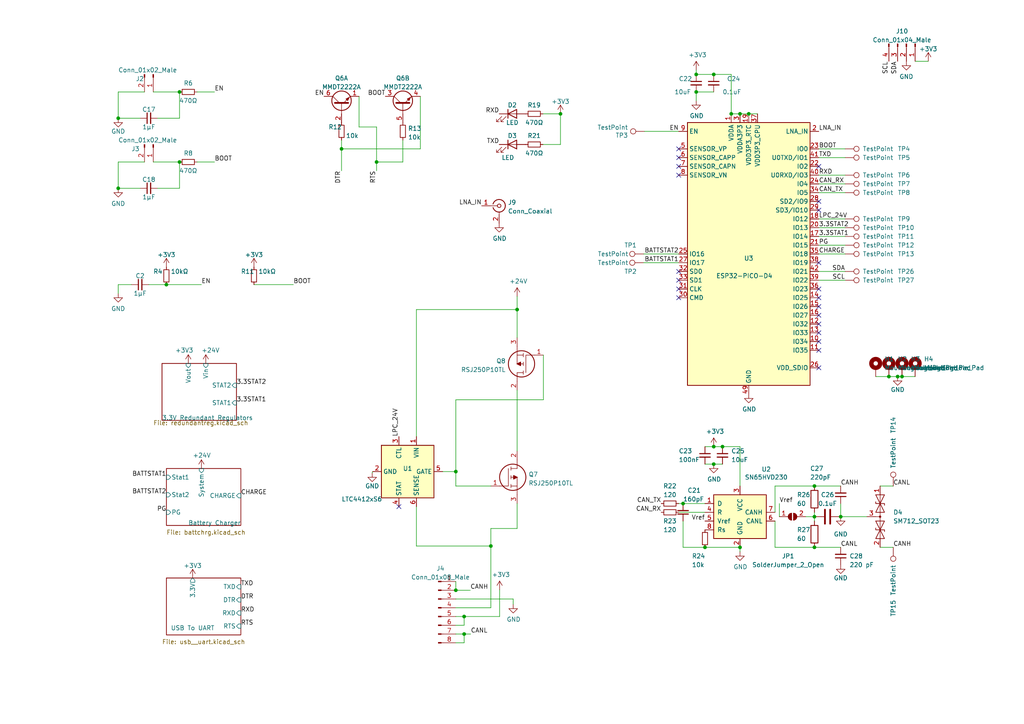
<source format=kicad_sch>
(kicad_sch (version 20211123) (generator eeschema)
  (paper "A4")
  (lib_symbols
    (symbol "Connector:Conn_01x02_Male" (pin_names (offset 1.016) hide)
      (property "Reference" "J" (at 0 2.54 0))
      (property "Value" "Conn_01x02_Male" (at 0 -5.08 0))
      (symbol "Conn_01x02_Male_1_1"
        (polyline (pts (xy 1.27 -2.54) (xy 0.8636 -2.54)) (stroke (width 0.1524)))
        (polyline (pts (xy 1.27 0) (xy 0.8636 0)) (stroke (width 0.1524)))
        (rectangle (start 0.8636 -2.413) (end 0 -2.667) (stroke (width 0.1524)) (fill (type outline)))
        (rectangle (start 0.8636 0.127) (end 0 -0.127) (stroke (width 0.1524)) (fill (type outline)))
        (pin passive line (at 5.08 0 180) (length 3.81) (name "Pin_1") (number "1"))
        (pin passive line (at 5.08 -2.54 180) (length 3.81) (name "Pin_2") (number "2"))
      )
    )
    (symbol "Connector:Conn_01x04_Male" (pin_names (offset 1.016) hide)
      (property "Reference" "J" (at 0 5.08 0))
      (property "Value" "Conn_01x04_Male" (at 0 -7.62 0))
      (symbol "Conn_01x04_Male_1_1"
        (polyline (pts (xy 1.27 -5.08) (xy 0.8636 -5.08)) (stroke (width 0.1524)))
        (polyline (pts (xy 1.27 -2.54) (xy 0.8636 -2.54)) (stroke (width 0.1524)))
        (polyline (pts (xy 1.27 0) (xy 0.8636 0)) (stroke (width 0.1524)))
        (polyline (pts (xy 1.27 2.54) (xy 0.8636 2.54)) (stroke (width 0.1524)))
        (rectangle (start 0.8636 -4.953) (end 0 -5.207) (stroke (width 0.1524)) (fill (type outline)))
        (rectangle (start 0.8636 -2.413) (end 0 -2.667) (stroke (width 0.1524)) (fill (type outline)))
        (rectangle (start 0.8636 0.127) (end 0 -0.127) (stroke (width 0.1524)) (fill (type outline)))
        (rectangle (start 0.8636 2.667) (end 0 2.413) (stroke (width 0.1524)) (fill (type outline)))
        (pin passive line (at 5.08 2.54 180) (length 3.81) (name "Pin_1") (number "1"))
        (pin passive line (at 5.08 0 180) (length 3.81) (name "Pin_2") (number "2"))
        (pin passive line (at 5.08 -2.54 180) (length 3.81) (name "Pin_3") (number "3"))
        (pin passive line (at 5.08 -5.08 180) (length 3.81) (name "Pin_4") (number "4"))
      )
    )
    (symbol "Connector:Conn_01x08_Male" (pin_names (offset 1.016) hide)
      (property "Reference" "J" (at 0 10.16 0))
      (property "Value" "Conn_01x08_Male" (at 0 -12.7 0))
      (symbol "Conn_01x08_Male_1_1"
        (polyline (pts (xy 1.27 -10.16) (xy 0.8636 -10.16)) (stroke (width 0.1524)))
        (polyline (pts (xy 1.27 -7.62) (xy 0.8636 -7.62)) (stroke (width 0.1524)))
        (polyline (pts (xy 1.27 -5.08) (xy 0.8636 -5.08)) (stroke (width 0.1524)))
        (polyline (pts (xy 1.27 -2.54) (xy 0.8636 -2.54)) (stroke (width 0.1524)))
        (polyline (pts (xy 1.27 0) (xy 0.8636 0)) (stroke (width 0.1524)))
        (polyline (pts (xy 1.27 2.54) (xy 0.8636 2.54)) (stroke (width 0.1524)))
        (polyline (pts (xy 1.27 5.08) (xy 0.8636 5.08)) (stroke (width 0.1524)))
        (polyline (pts (xy 1.27 7.62) (xy 0.8636 7.62)) (stroke (width 0.1524)))
        (rectangle (start 0.8636 -10.033) (end 0 -10.287) (stroke (width 0.1524)) (fill (type outline)))
        (rectangle (start 0.8636 -7.493) (end 0 -7.747) (stroke (width 0.1524)) (fill (type outline)))
        (rectangle (start 0.8636 -4.953) (end 0 -5.207) (stroke (width 0.1524)) (fill (type outline)))
        (rectangle (start 0.8636 -2.413) (end 0 -2.667) (stroke (width 0.1524)) (fill (type outline)))
        (rectangle (start 0.8636 0.127) (end 0 -0.127) (stroke (width 0.1524)) (fill (type outline)))
        (rectangle (start 0.8636 2.667) (end 0 2.413) (stroke (width 0.1524)) (fill (type outline)))
        (rectangle (start 0.8636 5.207) (end 0 4.953) (stroke (width 0.1524)) (fill (type outline)))
        (rectangle (start 0.8636 7.747) (end 0 7.493) (stroke (width 0.1524)) (fill (type outline)))
        (pin passive line (at 5.08 7.62 180) (length 3.81) (name "Pin_1") (number "1"))
        (pin passive line (at 5.08 5.08 180) (length 3.81) (name "Pin_2") (number "2"))
        (pin passive line (at 5.08 2.54 180) (length 3.81) (name "Pin_3") (number "3"))
        (pin passive line (at 5.08 0 180) (length 3.81) (name "Pin_4") (number "4"))
        (pin passive line (at 5.08 -2.54 180) (length 3.81) (name "Pin_5") (number "5"))
        (pin passive line (at 5.08 -5.08 180) (length 3.81) (name "Pin_6") (number "6"))
        (pin passive line (at 5.08 -7.62 180) (length 3.81) (name "Pin_7") (number "7"))
        (pin passive line (at 5.08 -10.16 180) (length 3.81) (name "Pin_8") (number "8"))
      )
    )
    (symbol "Connector:Conn_Coaxial" (pin_names (offset 1.016) hide)
      (property "Reference" "J" (at 0.254 3.048 0))
      (property "Value" "Conn_Coaxial" (at 2.921 0 90))
      (symbol "Conn_Coaxial_0_1"
        (arc (start -1.778 -0.508) (mid 0.222 -1.808) (end 1.778 0) (stroke (width 0.254)))
        (polyline (pts (xy -2.54 0) (xy -0.508 0)))
        (polyline (pts (xy 0 -2.54) (xy 0 -1.778)))
        (circle (center 0 0) (radius 0.508) (stroke (width 0.2032)))
        (arc (start 1.778 0) (mid 0.222 1.8083) (end -1.778 0.508) (stroke (width 0.254)))
      )
      (symbol "Conn_Coaxial_1_1"
        (pin passive line (at -5.08 0 0) (length 2.54) (name "In") (number "1"))
        (pin passive line (at 0 -5.08 90) (length 2.54) (name "Ext") (number "2"))
      )
    )
    (symbol "Connector:TestPoint" (pin_numbers hide) (pin_names (offset 0.762) hide)
      (property "Reference" "TP" (at 0 6.858 0))
      (property "Value" "TestPoint" (at 0 5.08 0))
      (symbol "TestPoint_0_1"
        (circle (center 0 3.302) (radius 0.762))
      )
      (symbol "TestPoint_1_1"
        (pin passive line (at 0 0 90) (length 2.54) (name "1") (number "1"))
      )
    )
    (symbol "Device:C" (pin_numbers hide) (pin_names (offset 0.254))
      (property "Reference" "C" (at 0.635 2.54 0))
      (property "Value" "C" (at 0.635 -2.54 0))
      (symbol "C_0_1"
        (polyline (pts (xy -2.032 -0.762) (xy 2.032 -0.762)) (stroke (width 0.508)))
        (polyline (pts (xy -2.032 0.762) (xy 2.032 0.762)) (stroke (width 0.508)))
      )
      (symbol "C_1_1"
        (pin passive line (at 0 3.81 270) (length 2.794) (name "~") (number "1"))
        (pin passive line (at 0 -3.81 90) (length 2.794) (name "~") (number "2"))
      )
    )
    (symbol "Device:C_Small" (pin_numbers hide) (pin_names (offset 0.254) hide)
      (property "Reference" "C" (at 0.254 1.778 0))
      (property "Value" "C_Small" (at 0.254 -2.032 0))
      (symbol "C_Small_0_1"
        (polyline (pts (xy -1.524 -0.508) (xy 1.524 -0.508)) (stroke (width 0.3302)))
        (polyline (pts (xy -1.524 0.508) (xy 1.524 0.508)) (stroke (width 0.3048)))
      )
      (symbol "C_Small_1_1"
        (pin passive line (at 0 2.54 270) (length 2.032) (name "~") (number "1"))
        (pin passive line (at 0 -2.54 90) (length 2.032) (name "~") (number "2"))
      )
    )
    (symbol "Device:LED" (pin_numbers hide) (pin_names (offset 1.016) hide)
      (property "Reference" "D" (at 0 2.54 0))
      (property "Value" "LED" (at 0 -2.54 0))
      (symbol "LED_0_1"
        (polyline (pts (xy -1.27 -1.27) (xy -1.27 1.27)) (stroke (width 0.254)))
        (polyline (pts (xy -1.27 0) (xy 1.27 0)))
        (polyline (pts (xy 1.27 -1.27) (xy 1.27 1.27) (xy -1.27 0) (xy 1.27 -1.27)) (stroke (width 0.254)))
        (polyline (pts (xy -3.048 -0.762) (xy -4.572 -2.286) (xy -3.81 -2.286) (xy -4.572 -2.286) (xy -4.572 -1.524)))
        (polyline (pts (xy -1.778 -0.762) (xy -3.302 -2.286) (xy -2.54 -2.286) (xy -3.302 -2.286) (xy -3.302 -1.524)))
      )
      (symbol "LED_1_1"
        (pin passive line (at -3.81 0 0) (length 2.54) (name "K") (number "1"))
        (pin passive line (at 3.81 0 180) (length 2.54) (name "A") (number "2"))
      )
    )
    (symbol "Device:R" (pin_numbers hide) (pin_names (offset 0))
      (property "Reference" "R" (at 2.032 0 90))
      (property "Value" "R" (at 0 0 90))
      (symbol "R_0_1"
        (rectangle (start -1.016 -2.54) (end 1.016 2.54) (stroke (width 0.254)))
      )
      (symbol "R_1_1"
        (pin passive line (at 0 3.81 270) (length 1.27) (name "~") (number "1"))
        (pin passive line (at 0 -3.81 90) (length 1.27) (name "~") (number "2"))
      )
    )
    (symbol "Device:R_Small" (pin_numbers hide) (pin_names (offset 0.254) hide)
      (property "Reference" "R" (at 0.762 0.508 0))
      (property "Value" "R_Small" (at 0.762 -1.016 0))
      (symbol "R_Small_0_1"
        (rectangle (start -0.762 1.778) (end 0.762 -1.778) (stroke (width 0.2032)))
      )
      (symbol "R_Small_1_1"
        (pin passive line (at 0 2.54 270) (length 0.762) (name "~") (number "1"))
        (pin passive line (at 0 -2.54 90) (length 0.762) (name "~") (number "2"))
      )
    )
    (symbol "Diode:SM712_SOT23" (pin_names (offset 1.016) hide)
      (property "Reference" "D" (at 0 4.445 0))
      (property "Value" "SM712_SOT23" (at 0 2.54 0))
      (symbol "SM712_SOT23_0_0"
        (polyline (pts (xy 0 -1.27) (xy 0 0)))
      )
      (symbol "SM712_SOT23_0_1"
        (polyline (pts (xy -6.35 0) (xy 6.35 0)))
        (polyline (pts (xy -3.302 1.27) (xy -3.81 1.27) (xy -3.81 -1.27) (xy -4.318 -1.27)) (stroke (width 0.2032)))
        (polyline (pts (xy 4.318 1.27) (xy 3.81 1.27) (xy 3.81 -1.27) (xy 3.302 -1.27)) (stroke (width 0.2032)))
        (polyline (pts (xy -6.35 -1.27) (xy -1.27 1.27) (xy -1.27 -1.27) (xy -6.35 1.27) (xy -6.35 -1.27)) (stroke (width 0.2032)))
        (polyline (pts (xy 1.27 -1.27) (xy 1.27 1.27) (xy 6.35 -1.27) (xy 6.35 1.27) (xy 1.27 -1.27)) (stroke (width 0.2032)))
        (circle (center 0 0) (radius 0.254) (fill (type outline)))
      )
      (symbol "SM712_SOT23_1_1"
        (pin passive line (at -8.89 0 0) (length 2.54) (name "A1") (number "1"))
        (pin passive line (at 8.89 0 180) (length 2.54) (name "A2") (number "2"))
        (pin input line (at 0 -3.81 90) (length 2.54) (name "common") (number "3"))
      )
    )
    (symbol "Interface_CAN_LIN:SN65HVD230" (pin_names (offset 1.016))
      (property "Reference" "U" (at -2.54 10.16 0))
      (property "Value" "SN65HVD230" (at -2.54 7.62 0))
      (symbol "SN65HVD230_0_1"
        (rectangle (start -7.62 5.08) (end 7.62 -7.62) (stroke (width 0.254)) (fill (type background)))
      )
      (symbol "SN65HVD230_1_1"
        (pin input line (at -10.16 2.54 0) (length 2.54) (name "D") (number "1"))
        (pin power_in line (at 0 -10.16 90) (length 2.54) (name "GND") (number "2"))
        (pin power_in line (at 0 7.62 270) (length 2.54) (name "VCC") (number "3"))
        (pin output line (at -10.16 0 0) (length 2.54) (name "R") (number "4"))
        (pin output line (at -10.16 -2.54 0) (length 2.54) (name "Vref") (number "5"))
        (pin bidirectional line (at 10.16 -2.54 180) (length 2.54) (name "CANL") (number "6"))
        (pin bidirectional line (at 10.16 0 180) (length 2.54) (name "CANH") (number "7"))
        (pin input line (at -10.16 -5.08 0) (length 2.54) (name "Rs") (number "8"))
      )
    )
    (symbol "Jumper:SolderJumper_2_Open" (pin_names (offset 0) hide)
      (property "Reference" "JP" (at 0 2.032 0))
      (property "Value" "SolderJumper_2_Open" (at 0 -2.54 0))
      (symbol "SolderJumper_2_Open_0_1"
        (arc (start -0.254 1.016) (mid -1.27 0) (end -0.254 -1.016))
        (arc (start -0.254 1.016) (mid -1.27 0) (end -0.254 -1.016) (fill (type outline)))
        (polyline (pts (xy -0.254 1.016) (xy -0.254 -1.016)))
        (polyline (pts (xy 0.254 1.016) (xy 0.254 -1.016)))
        (arc (start 0.254 -1.016) (mid 1.27 0) (end 0.254 1.016))
        (arc (start 0.254 -1.016) (mid 1.27 0) (end 0.254 1.016) (fill (type outline)))
      )
      (symbol "SolderJumper_2_Open_1_1"
        (pin passive line (at -3.81 0 0) (length 2.54) (name "A") (number "1"))
        (pin passive line (at 3.81 0 180) (length 2.54) (name "B") (number "2"))
      )
    )
    (symbol "Mechanical:MountingHole_Pad" (pin_numbers hide) (pin_names (offset 1.016) hide)
      (property "Reference" "H" (at 0 6.35 0))
      (property "Value" "MountingHole_Pad" (at 0 4.445 0))
      (symbol "MountingHole_Pad_0_1"
        (circle (center 0 1.27) (radius 1.27) (stroke (width 1.27)))
      )
      (symbol "MountingHole_Pad_1_1"
        (pin input line (at 0 -2.54 90) (length 2.54) (name "1") (number "1"))
      )
    )
    (symbol "Power_Management:LTC4412xS6"
      (property "Reference" "U" (at -6.35 8.89 0))
      (property "Value" "LTC4412xS6" (at 6.35 8.89 0))
      (symbol "LTC4412xS6_0_1"
        (rectangle (start -7.62 7.62) (end 7.62 -7.62) (stroke (width 0.254)) (fill (type background)))
      )
      (symbol "LTC4412xS6_1_1"
        (pin power_in line (at -10.16 2.54 0) (length 2.54) (name "VIN") (number "1"))
        (pin power_in line (at 0 -10.16 90) (length 2.54) (name "GND") (number "2"))
        (pin input line (at -10.16 -2.54 0) (length 2.54) (name "CTL") (number "3"))
        (pin open_collector line (at 10.16 -2.54 180) (length 2.54) (name "STAT") (number "4"))
        (pin output line (at 0 10.16 270) (length 2.54) (name "GATE") (number "5"))
        (pin input line (at 10.16 2.54 180) (length 2.54) (name "SENSE") (number "6"))
      )
    )
    (symbol "RF_Module:ESP32-PICO-D4"
      (property "Reference" "U" (at -17.78 39.37 0))
      (property "Value" "ESP32-PICO-D4" (at 3.81 39.37 0))
      (symbol "ESP32-PICO-D4_0_0"
        (pin power_in line (at -5.08 40.64 270) (length 2.54) (name "VDDA") (number "1"))
        (pin input line (at 20.32 -25.4 180) (length 2.54) (name "IO34") (number "10"))
        (pin input line (at 20.32 -27.94 180) (length 2.54) (name "IO35") (number "11"))
        (pin bidirectional line (at 20.32 -20.32 180) (length 2.54) (name "IO32") (number "12"))
        (pin bidirectional line (at 20.32 -22.86 180) (length 2.54) (name "IO33") (number "13"))
        (pin bidirectional line (at 20.32 -12.7 180) (length 2.54) (name "IO25") (number "14"))
        (pin bidirectional line (at 20.32 -15.24 180) (length 2.54) (name "IO26") (number "15"))
        (pin bidirectional line (at 20.32 -17.78 180) (length 2.54) (name "IO27") (number "16"))
        (pin bidirectional line (at 20.32 5.08 180) (length 2.54) (name "IO14") (number "17"))
        (pin bidirectional line (at 20.32 10.16 180) (length 2.54) (name "IO12") (number "18"))
        (pin power_in line (at 0 40.64 270) (length 2.54) (name "VDD3P3_RTC") (number "19"))
        (pin bidirectional line (at 20.32 35.56 180) (length 2.54) (name "LNA_IN") (number "2"))
        (pin bidirectional line (at 20.32 7.62 180) (length 2.54) (name "IO13") (number "20"))
        (pin bidirectional line (at 20.32 2.54 180) (length 2.54) (name "IO15") (number "21"))
        (pin bidirectional line (at 20.32 25.4 180) (length 2.54) (name "IO2") (number "22"))
        (pin bidirectional line (at 20.32 30.48 180) (length 2.54) (name "IO0") (number "23"))
        (pin bidirectional line (at 20.32 20.32 180) (length 2.54) (name "IO4") (number "24"))
        (pin bidirectional line (at -20.32 0 0) (length 2.54) (name "IO16") (number "25"))
        (pin power_out line (at 20.32 -33.02 180) (length 2.54) (name "VDD_SDIO") (number "26"))
        (pin bidirectional line (at -20.32 -2.54 0) (length 2.54) (name "IO17") (number "27"))
        (pin bidirectional line (at 20.32 15.24 180) (length 2.54) (name "SD2/IO9") (number "28"))
        (pin bidirectional line (at 20.32 12.7 180) (length 2.54) (name "SD3/IO10") (number "29"))
        (pin power_in line (at -2.54 40.64 270) (length 2.54) (name "VDDA3P3") (number "3"))
        (pin bidirectional line (at -20.32 -12.7 0) (length 2.54) (name "CMD") (number "30"))
        (pin bidirectional line (at -20.32 -10.16 0) (length 2.54) (name "CLK") (number "31"))
        (pin bidirectional line (at -20.32 -5.08 0) (length 2.54) (name "SD0") (number "32"))
        (pin bidirectional line (at -20.32 -7.62 0) (length 2.54) (name "SD1") (number "33"))
        (pin bidirectional line (at 20.32 17.78 180) (length 2.54) (name "IO5") (number "34"))
        (pin bidirectional line (at 20.32 0 180) (length 2.54) (name "IO18") (number "35"))
        (pin bidirectional line (at 20.32 -10.16 180) (length 2.54) (name "IO23") (number "36"))
        (pin power_in line (at 2.54 40.64 270) (length 2.54) (name "VDD3P3_CPU") (number "37"))
        (pin bidirectional line (at 20.32 -2.54 180) (length 2.54) (name "IO19") (number "38"))
        (pin bidirectional line (at 20.32 -7.62 180) (length 2.54) (name "IO22") (number "39"))
        (pin passive line (at -2.54 40.64 270) (length 2.54) hide (name "VDDA3P3") (number "4"))
        (pin bidirectional line (at 20.32 22.86 180) (length 2.54) (name "U0RXD/IO3") (number "40"))
        (pin bidirectional line (at 20.32 27.94 180) (length 2.54) (name "U0TXD/IO1") (number "41"))
        (pin bidirectional line (at 20.32 -5.08 180) (length 2.54) (name "IO21") (number "42"))
        (pin passive line (at -5.08 40.64 270) (length 2.54) hide (name "VDDA") (number "43"))
        (pin no_connect line (at -17.78 -25.4 0) (length 2.54) hide (name "XTAL_N_NC") (number "44"))
        (pin no_connect line (at -17.78 -27.94 0) (length 2.54) hide (name "XTAL_P_NC") (number "45"))
        (pin passive line (at -5.08 40.64 270) (length 2.54) hide (name "VDDA") (number "46"))
        (pin no_connect line (at -17.78 -30.48 0) (length 2.54) hide (name "CAP2_NC") (number "47"))
        (pin no_connect line (at -17.78 -33.02 0) (length 2.54) hide (name "CAP1_NC") (number "48"))
        (pin power_in line (at 0 -40.64 90) (length 2.54) (name "GND") (number "49"))
        (pin input line (at -20.32 30.48 0) (length 2.54) (name "SENSOR_VP") (number "5"))
        (pin input line (at -20.32 27.94 0) (length 2.54) (name "SENSOR_CAPP") (number "6"))
        (pin input line (at -20.32 25.4 0) (length 2.54) (name "SENSOR_CAPN") (number "7"))
        (pin input line (at -20.32 22.86 0) (length 2.54) (name "SENSOR_VN") (number "8"))
        (pin input line (at -20.32 35.56 0) (length 2.54) (name "EN") (number "9"))
      )
      (symbol "ESP32-PICO-D4_0_1"
        (rectangle (start -17.78 38.1) (end 17.78 -38.1) (stroke (width 0.254)) (fill (type background)))
      )
    )
    (symbol "Transistor_BJT:MMDT2222A" (pin_names (offset 0) hide)
      (property "Reference" "Q" (at 5.08 1.27 0))
      (property "Value" "MMDT2222A" (at 5.08 -1.27 0))
      (symbol "MMDT2222A_0_1"
        (polyline (pts (xy 0.635 0) (xy -2.54 0)))
        (polyline (pts (xy 0.635 0.635) (xy 2.54 2.54)))
        (polyline (pts (xy 0.635 -0.635) (xy 2.54 -2.54) (xy 2.54 -2.54)))
        (polyline (pts (xy 0.635 1.905) (xy 0.635 -1.905) (xy 0.635 -1.905)) (stroke (width 0.508)))
        (polyline (pts (xy 1.27 -1.778) (xy 1.778 -1.27) (xy 2.286 -2.286) (xy 1.27 -1.778) (xy 1.27 -1.778)) (fill (type outline)))
        (circle (center 1.27 0) (radius 2.8194) (stroke (width 0.254)))
      )
      (symbol "MMDT2222A_1_1"
        (pin passive line (at 2.54 -5.08 90) (length 2.54) (name "E1") (number "1"))
        (pin input line (at -5.08 0 0) (length 2.54) (name "B1") (number "2"))
        (pin passive line (at 2.54 5.08 270) (length 2.54) (name "C1") (number "6"))
      )
      (symbol "MMDT2222A_2_1"
        (pin passive line (at 2.54 5.08 270) (length 2.54) (name "C2") (number "3"))
        (pin passive line (at 2.54 -5.08 90) (length 2.54) (name "E2") (number "4"))
        (pin input line (at -5.08 0 0) (length 2.54) (name "B2") (number "5"))
      )
    )
    (symbol "iclr:RSJ250P10TL" (pin_names (offset 0.762))
      (property "Reference" "Q" (at 11.43 3.81 0))
      (property "Value" "RSJ250P10TL" (at 11.43 1.27 0))
      (symbol "RSJ250P10TL_0_0"
        (pin passive line (at 0 0 0) (length 2.54) (name "~") (number "1"))
        (pin passive line (at 7.62 10.16 270) (length 2.54) (name "~") (number "2"))
        (pin passive line (at 7.62 -5.08 90) (length 2.54) (name "~") (number "3"))
      )
      (symbol "RSJ250P10TL_0_1"
        (polyline (pts (xy 5.842 -0.508) (xy 5.842 0.508)) (stroke (width 0.1524)))
        (polyline (pts (xy 5.842 0) (xy 7.62 0)) (stroke (width 0.1524)))
        (polyline (pts (xy 5.842 2.032) (xy 5.842 3.048)) (stroke (width 0.1524)))
        (polyline (pts (xy 5.842 5.588) (xy 5.842 4.572)) (stroke (width 0.1524)))
        (polyline (pts (xy 7.62 2.54) (xy 5.842 2.54)) (stroke (width 0.1524)))
        (polyline (pts (xy 7.62 2.54) (xy 7.62 -2.54)) (stroke (width 0.1524)))
        (polyline (pts (xy 7.62 5.08) (xy 5.842 5.08)) (stroke (width 0.1524)))
        (polyline (pts (xy 7.62 5.08) (xy 7.62 7.62)) (stroke (width 0.1524)))
        (polyline (pts (xy 2.54 0) (xy 5.08 0) (xy 5.08 5.08)) (stroke (width 0.1524)))
        (polyline (pts (xy 7.62 2.54) (xy 6.604 3.048) (xy 6.604 2.032) (xy 7.62 2.54)) (stroke (width 0.254)) (fill (type outline)))
        (circle (center 6.35 2.54) (radius 3.81) (stroke (width 0.254)))
      )
    )
    (symbol "power:+24V" (power) (pin_names (offset 0))
      (property "Value" "+24V" (at 0 3.556 0))
      (symbol "+24V_0_1"
        (polyline (pts (xy -0.762 1.27) (xy 0 2.54)))
        (polyline (pts (xy 0 0) (xy 0 2.54)))
        (polyline (pts (xy 0 2.54) (xy 0.762 1.27)))
      )
      (symbol "+24V_1_1"
        (pin power_in line (at 0 0 90) (length 0) hide (name "+24V") (number "1"))
      )
    )
    (symbol "power:+3.3V" (power) (pin_names (offset 0))
      (property "Value" "+3.3V" (at 0 3.556 0))
      (symbol "+3.3V_0_1"
        (polyline (pts (xy -0.762 1.27) (xy 0 2.54)))
        (polyline (pts (xy 0 0) (xy 0 2.54)))
        (polyline (pts (xy 0 2.54) (xy 0.762 1.27)))
      )
      (symbol "+3.3V_1_1"
        (pin power_in line (at 0 0 90) (length 0) hide (name "+3V3") (number "1"))
      )
    )
    (symbol "power:GND" (power) (pin_names (offset 0))
      (property "Value" "GND" (at 0 -3.81 0))
      (symbol "GND_0_1"
        (polyline (pts (xy 0 0) (xy 0 -1.27) (xy 1.27 -1.27) (xy 0 -2.54) (xy -1.27 -1.27) (xy 0 -1.27)))
      )
      (symbol "GND_1_1"
        (pin power_in line (at 0 0 270) (length 0) hide (name "GND") (number "1"))
      )
    )
  )
  (junction (at 217.17 33.02))
  (junction (at 257.81 109.22))
  (junction (at 198.12 146.05))
  (junction (at 52.07 26.67))
  (junction (at 109.22 46.99))
  (junction (at 52.07 46.99))
  (junction (at 243.84 149.86))
  (junction (at 132.207 136.779))
  (junction (at 48.26 82.55))
  (junction (at 236.22 149.86))
  (junction (at 204.47 158.75))
  (junction (at 142.367 158.369))
  (junction (at 212.09 33.02))
  (junction (at 99.06 43.18))
  (junction (at 34.29 54.61))
  (junction (at 214.63 158.75))
  (junction (at 134.62 178.816))
  (junction (at 207.01 21.59))
  (junction (at 236.22 158.75))
  (junction (at 261.62 109.22))
  (junction (at 132.207 171.196))
  (junction (at 207.01 134.62))
  (junction (at 149.987 89.789))
  (junction (at 214.63 33.02))
  (junction (at 34.29 34.29))
  (junction (at 162.56 33.02))
  (junction (at 260.35 109.22))
  (junction (at 207.01 129.54))
  (junction (at 209.55 129.54))
  (junction (at 134.62 183.896))
  (junction (at 201.93 21.59))
  (junction (at 236.22 140.97))
  (junction (at 201.93 26.67))
  (no_connect (at 196.85 48.26))
  (no_connect (at 237.49 48.26))
  (no_connect (at 237.49 96.52))
  (no_connect (at 196.85 50.8))
  (no_connect (at 196.85 43.18))
  (no_connect (at 237.49 93.98))
  (no_connect (at 237.49 83.82))
  (no_connect (at 237.49 86.36))
  (no_connect (at 237.49 99.06))
  (no_connect (at 237.49 91.44))
  (no_connect (at 196.85 78.74))
  (no_connect (at 196.85 83.82))
  (no_connect (at 237.49 58.42))
  (no_connect (at 196.85 45.72))
  (no_connect (at 237.49 88.9))
  (no_connect (at 115.697 146.939))
  (no_connect (at 237.49 60.96))
  (no_connect (at 237.49 76.2))
  (no_connect (at 237.49 101.6))
  (no_connect (at 196.85 81.28))
  (no_connect (at 196.85 86.36))
  (no_connect (at 237.49 106.68))
  (wire (pts (xy 236.22 158.75) (xy 243.84 158.75)))
  (wire (pts (xy 207.01 26.67) (xy 201.93 26.67)))
  (wire (pts (xy 237.49 78.74) (xy 245.11 78.74)))
  (wire (pts (xy 233.68 149.86) (xy 236.22 149.86)))
  (wire (pts (xy 243.84 149.86) (xy 251.46 149.86)))
  (wire (pts (xy 128.397 136.779) (xy 132.207 136.779)))
  (wire (pts (xy 99.06 40.64) (xy 99.06 43.18)))
  (wire (pts (xy 44.45 46.99) (xy 52.07 46.99)))
  (wire (pts (xy 236.22 140.97) (xy 243.84 140.97)))
  (wire (pts (xy 196.85 146.05) (xy 198.12 146.05)))
  (wire (pts (xy 109.22 46.99) (xy 116.84 46.99)))
  (wire (pts (xy 142.367 158.369) (xy 142.367 176.276)))
  (wire (pts (xy 245.11 53.34) (xy 237.49 53.34)))
  (wire (pts (xy 198.12 158.75) (xy 204.47 158.75)))
  (wire (pts (xy 43.18 82.55) (xy 48.26 82.55)))
  (wire (pts (xy 134.62 181.356) (xy 134.62 178.816)))
  (wire (pts (xy 204.47 129.54) (xy 207.01 129.54)))
  (wire (pts (xy 120.777 89.789) (xy 149.987 89.789)))
  (wire (pts (xy 45.72 34.29) (xy 52.07 34.29)))
  (wire (pts (xy 201.93 21.59) (xy 207.01 21.59)))
  (wire (pts (xy 149.987 85.979) (xy 149.987 89.789)))
  (wire (pts (xy 162.56 41.91) (xy 162.56 33.02)))
  (wire (pts (xy 204.47 134.62) (xy 207.01 134.62)))
  (wire (pts (xy 99.06 43.18) (xy 99.06 49.53)))
  (wire (pts (xy 38.1 82.55) (xy 34.29 82.55)))
  (wire (pts (xy 162.56 33.02) (xy 157.48 33.02)))
  (wire (pts (xy 57.15 26.67) (xy 62.23 26.67)))
  (wire (pts (xy 214.63 33.02) (xy 217.17 33.02)))
  (wire (pts (xy 236.22 148.59) (xy 236.22 149.86)))
  (wire (pts (xy 237.49 50.8) (xy 245.11 50.8)))
  (wire (pts (xy 44.45 26.67) (xy 52.07 26.67)))
  (wire (pts (xy 34.29 26.67) (xy 34.29 34.29)))
  (wire (pts (xy 149.987 146.05) (xy 149.987 153.289)))
  (wire (pts (xy 245.11 71.12) (xy 237.49 71.12)))
  (wire (pts (xy 214.63 160.02) (xy 214.63 158.75)))
  (wire (pts (xy 237.49 45.72) (xy 245.11 45.72)))
  (wire (pts (xy 132.207 176.276) (xy 142.367 176.276)))
  (wire (pts (xy 260.35 109.22) (xy 261.62 109.22)))
  (wire (pts (xy 57.15 46.99) (xy 62.23 46.99)))
  (wire (pts (xy 265.43 17.78) (xy 269.24 17.78)))
  (wire (pts (xy 132.207 171.196) (xy 136.398 171.196)))
  (wire (pts (xy 237.49 81.28) (xy 245.11 81.28)))
  (wire (pts (xy 237.49 73.66) (xy 245.11 73.66)))
  (wire (pts (xy 142.367 158.369) (xy 120.777 158.369)))
  (wire (pts (xy 134.62 183.896) (xy 136.525 183.896)))
  (wire (pts (xy 34.29 34.29) (xy 40.64 34.29)))
  (wire (pts (xy 224.79 158.75) (xy 236.22 158.75)))
  (wire (pts (xy 34.29 82.55) (xy 34.29 85.09)))
  (wire (pts (xy 149.987 113.157) (xy 149.987 130.81)))
  (wire (pts (xy 41.91 46.99) (xy 34.29 46.99)))
  (wire (pts (xy 149.987 89.789) (xy 149.987 97.917)))
  (wire (pts (xy 132.207 181.356) (xy 134.62 181.356)))
  (wire (pts (xy 245.11 63.5) (xy 237.49 63.5)))
  (wire (pts (xy 224.79 140.97) (xy 236.22 140.97)))
  (wire (pts (xy 52.07 26.67) (xy 52.07 34.29)))
  (wire (pts (xy 209.55 129.54) (xy 214.63 129.54)))
  (wire (pts (xy 52.07 46.99) (xy 52.07 54.61)))
  (wire (pts (xy 34.29 54.61) (xy 40.64 54.61)))
  (wire (pts (xy 257.81 109.22) (xy 260.35 109.22)))
  (wire (pts (xy 201.93 20.32) (xy 201.93 21.59)))
  (wire (pts (xy 134.62 183.896) (xy 134.62 186.436)))
  (wire (pts (xy 245.11 55.88) (xy 237.49 55.88)))
  (wire (pts (xy 201.93 26.67) (xy 201.93 29.21)))
  (wire (pts (xy 207.01 129.54) (xy 209.55 129.54)))
  (wire (pts (xy 207.01 21.59) (xy 212.09 21.59)))
  (wire (pts (xy 109.22 46.99) (xy 109.22 36.83)))
  (wire (pts (xy 243.84 146.05) (xy 243.84 149.86)))
  (wire (pts (xy 48.26 82.55) (xy 58.42 82.55)))
  (wire (pts (xy 99.06 43.18) (xy 121.92 43.18)))
  (wire (pts (xy 148.844 173.736) (xy 148.844 175.26)))
  (wire (pts (xy 207.01 134.62) (xy 209.55 134.62)))
  (wire (pts (xy 34.29 46.99) (xy 34.29 54.61)))
  (wire (pts (xy 214.63 129.54) (xy 214.63 140.97)))
  (wire (pts (xy 120.777 126.619) (xy 120.777 89.789)))
  (wire (pts (xy 134.62 178.816) (xy 132.207 178.816)))
  (wire (pts (xy 224.79 151.13) (xy 224.79 158.75)))
  (wire (pts (xy 237.49 43.18) (xy 245.11 43.18)))
  (wire (pts (xy 107.95 137.16) (xy 108.077 136.779)))
  (wire (pts (xy 121.92 43.18) (xy 121.92 27.94)))
  (wire (pts (xy 45.72 54.61) (xy 52.07 54.61)))
  (wire (pts (xy 226.06 146.05) (xy 226.06 149.86)))
  (wire (pts (xy 132.207 136.779) (xy 132.207 115.951)))
  (wire (pts (xy 144.907 178.816) (xy 134.62 178.816)))
  (wire (pts (xy 132.207 183.896) (xy 134.62 183.896)))
  (wire (pts (xy 104.14 36.83) (xy 104.14 27.94)))
  (wire (pts (xy 120.777 158.369) (xy 120.777 146.939)))
  (wire (pts (xy 132.207 173.736) (xy 148.844 173.736)))
  (wire (pts (xy 204.47 158.75) (xy 214.63 158.75)))
  (wire (pts (xy 245.11 66.04) (xy 237.49 66.04)))
  (wire (pts (xy 116.84 46.99) (xy 116.84 40.64)))
  (wire (pts (xy 157.48 41.91) (xy 162.56 41.91)))
  (wire (pts (xy 214.63 33.02) (xy 212.09 33.02)))
  (wire (pts (xy 219.71 33.02) (xy 217.17 33.02)))
  (wire (pts (xy 196.85 76.2) (xy 186.69 76.2)))
  (wire (pts (xy 198.12 146.05) (xy 204.47 146.05)))
  (wire (pts (xy 245.11 68.58) (xy 237.49 68.58)))
  (wire (pts (xy 236.22 149.86) (xy 236.22 151.13)))
  (wire (pts (xy 41.91 26.67) (xy 34.29 26.67)))
  (wire (pts (xy 132.207 186.436) (xy 134.62 186.436)))
  (wire (pts (xy 196.85 148.59) (xy 204.47 148.59)))
  (wire (pts (xy 198.12 151.13) (xy 198.12 158.75)))
  (wire (pts (xy 186.944 38.1) (xy 196.85 38.1)))
  (wire (pts (xy 196.85 73.66) (xy 186.69 73.66)))
  (wire (pts (xy 255.27 158.75) (xy 259.08 158.75)))
  (wire (pts (xy 255.27 140.97) (xy 259.08 140.97)))
  (wire (pts (xy 144.907 171.069) (xy 144.907 178.816)))
  (wire (pts (xy 109.22 36.83) (xy 104.14 36.83)))
  (wire (pts (xy 224.79 148.59) (xy 224.79 140.97)))
  (wire (pts (xy 132.207 140.97) (xy 142.367 140.97)))
  (wire (pts (xy 254 109.22) (xy 257.81 109.22)))
  (wire (pts (xy 212.09 21.59) (xy 212.09 33.02)))
  (wire (pts (xy 157.607 115.951) (xy 157.607 102.997)))
  (wire (pts (xy 261.62 109.22) (xy 265.43 109.22)))
  (wire (pts (xy 132.207 168.656) (xy 132.207 171.196)))
  (wire (pts (xy 142.367 153.289) (xy 149.987 153.289)))
  (wire (pts (xy 132.207 136.779) (xy 132.207 140.97)))
  (wire (pts (xy 142.367 153.289) (xy 142.367 158.369)))
  (wire (pts (xy 73.66 82.55) (xy 85.09 82.55)))
  (wire (pts (xy 132.207 115.951) (xy 157.607 115.951)))
  (wire (pts (xy 109.22 46.99) (xy 109.22 49.53)))
  (label "CANH" (at 136.398 171.196 0))
  (label "BATTSTAT1" (at 48.26 138.43 180))
  (label "CHARGE" (at 237.49 73.66 0))
  (label "DTR" (at 69.85 173.99 0))
  (label "Vref" (at 204.47 151.13 180))
  (label "DTR" (at 99.06 49.53 270))
  (label "RTS" (at 109.22 49.53 270))
  (label "BOOT" (at 111.76 27.94 180))
  (label "EN" (at 196.85 38.1 180))
  (label "SCL" (at 245.11 81.28 180))
  (label "CAN_TX" (at 237.49 55.88 0))
  (label "TXD" (at 69.85 170.18 0))
  (label "TXD" (at 237.49 45.72 0))
  (label "3.3STAT2" (at 68.58 111.76 0))
  (label "3.3STAT1" (at 237.49 68.58 0))
  (label "BOOT" (at 237.49 43.18 0))
  (label "CANL" (at 259.08 140.97 0))
  (label "BOOT" (at 62.23 46.99 0))
  (label "RXD" (at 69.85 177.8 0))
  (label "CANH" (at 243.84 140.97 0))
  (label "CANH" (at 259.08 158.75 0))
  (label "LNA_IN" (at 237.49 38.1 0))
  (label "LPC_24V" (at 115.697 126.619 90))
  (label "RXD" (at 144.78 33.02 180))
  (label "SCL" (at 257.81 17.78 270))
  (label "EN" (at 58.42 82.55 0))
  (label "CHARGE" (at 69.85 143.764 0))
  (label "CAN_RX" (at 237.49 53.34 0))
  (label "BOOT" (at 85.09 82.55 0))
  (label "RTS" (at 69.85 181.61 0))
  (label "SDA" (at 260.35 17.78 270))
  (label "TXD" (at 144.78 41.91 180))
  (label "BATTSTAT2" (at 196.85 73.66 180))
  (label "BATTSTAT2" (at 48.26 143.51 180))
  (label "CANL" (at 243.84 158.75 0))
  (label "PG" (at 237.49 71.12 0))
  (label "EN" (at 93.98 27.94 180))
  (label "LNA_IN" (at 139.7 59.69 180))
  (label "CANL" (at 136.525 183.896 0))
  (label "PG" (at 48.26 148.59 180))
  (label "3.3STAT2" (at 237.49 66.04 0))
  (label "RXD" (at 237.49 50.8 0))
  (label "BATTSTAT1" (at 196.85 76.2 180))
  (label "3.3STAT1" (at 68.58 116.84 0))
  (label "EN" (at 62.23 26.67 0))
  (label "CAN_RX" (at 191.77 148.59 180))
  (label "Vref" (at 226.06 146.05 0))
  (label "SDA" (at 245.11 78.74 180))
  (label "LPC_24V" (at 237.49 63.5 0))
  (label "CAN_TX" (at 191.77 146.05 180))
  (symbol (lib_id "RF_Module:ESP32-PICO-D4") (at 217.17 73.66 0) (unit 1)
    (property "Reference" "U3" (at 217.17 74.93 0))
    (property "Value" "ESP32-PICO-D4" (at 215.9 80.01 0))
    (property "Footprint" "Package_DFN_QFN:QFN-48-1EP_7x7mm_P0.5mm_EP5.3x5.3mm" (effects hide))
    (property "Datasheet" "https://www.espressif.com/sites/default/files/documentation/esp32-pico-d4_datasheet_en.pdf" (effects hide))
  )
  (symbol (lib_id "power:GND") (at 217.17 114.3 0) (unit 1)
    (property "Reference" "#PWR0104" (effects hide))
    (property "Value" "GND" (at 217.297 118.6942 0))
  )
  (symbol (lib_id "power:+3.3V") (at 201.93 20.32 0) (unit 1)
    (property "Reference" "#PWR0101" (effects hide))
    (property "Value" "+3.3V" (at 202.311 15.9258 0))
  )
  (symbol (lib_id "Device:C_Small") (at 201.93 24.13 0) (unit 1)
    (property "Reference" "C22" (at 196.85 22.86 0) (effects (justify left)))
    (property "Value" "10uF" (at 195.58 26.67 0) (effects (justify left)))
    (property "Footprint" "Capacitor_SMD:C_0805_2012Metric" (effects hide))
  )
  (symbol (lib_id "Connector:TestPoint") (at 245.11 53.34 270) (unit 1)
    (property "Reference" "TP7" (at 260.35 53.34 90) (effects (justify left)))
    (property "Value" "TestPoint" (at 250.19 53.34 90) (effects (justify left)))
    (property "Footprint" "TestPoint:TestPoint_Pad_D1.0mm" (effects hide))
  )
  (symbol (lib_id "Device:C_Small") (at 207.01 24.13 0) (unit 1)
    (property "Reference" "C24" (at 210.82 22.86 0) (effects (justify left)))
    (property "Value" "0.1uF" (at 209.55 26.67 0) (effects (justify left)))
    (property "Footprint" "Capacitor_SMD:C_0603_1608Metric" (effects hide))
  )
  (symbol (lib_id "Connector:TestPoint") (at 245.11 55.88 270) (unit 1)
    (property "Reference" "TP8" (at 260.35 55.88 90) (effects (justify left)))
    (property "Value" "TestPoint" (at 250.19 55.88 90) (effects (justify left)))
    (property "Footprint" "TestPoint:TestPoint_Pad_D1.0mm" (effects hide))
  )
  (symbol (lib_id "Connector:TestPoint") (at 245.11 63.5 270) (unit 1)
    (property "Reference" "TP9" (at 260.35 63.5 90) (effects (justify left)))
    (property "Value" "TestPoint" (at 250.19 63.5 90) (effects (justify left)))
    (property "Footprint" "TestPoint:TestPoint_Pad_D1.0mm" (effects hide))
  )
  (symbol (lib_id "Connector:TestPoint") (at 245.11 66.04 270) (unit 1)
    (property "Reference" "TP10" (at 260.35 66.04 90) (effects (justify left)))
    (property "Value" "TestPoint" (at 250.19 66.04 90) (effects (justify left)))
    (property "Footprint" "TestPoint:TestPoint_Pad_D1.0mm" (effects hide))
  )
  (symbol (lib_id "Connector:TestPoint") (at 245.11 68.58 270) (unit 1)
    (property "Reference" "TP11" (at 260.35 68.58 90) (effects (justify left)))
    (property "Value" "TestPoint" (at 250.19 68.58 90) (effects (justify left)))
    (property "Footprint" "TestPoint:TestPoint_Pad_D1.0mm" (effects hide))
  )
  (symbol (lib_id "Connector:TestPoint") (at 245.11 71.12 270) (unit 1)
    (property "Reference" "TP12" (at 260.35 71.12 90) (effects (justify left)))
    (property "Value" "TestPoint" (at 250.19 71.12 90) (effects (justify left)))
    (property "Footprint" "TestPoint:TestPoint_Pad_D1.0mm" (effects hide))
  )
  (symbol (lib_id "Connector:TestPoint") (at 186.69 73.66 90) (unit 1)
    (property "Reference" "TP1" (at 182.88 71.12 90))
    (property "Value" "TestPoint" (at 177.8 73.66 90))
    (property "Footprint" "TestPoint:TestPoint_Pad_D1.0mm" (effects hide))
  )
  (symbol (lib_id "Connector:TestPoint") (at 186.69 76.2 90) (unit 1)
    (property "Reference" "TP2" (at 182.88 78.74 90))
    (property "Value" "TestPoint" (at 177.8 76.2 90))
    (property "Footprint" "TestPoint:TestPoint_Pad_D1.0mm" (effects hide))
  )
  (symbol (lib_id "power:GND") (at 201.93 29.21 0) (unit 1)
    (property "Reference" "#PWR0102" (effects hide))
    (property "Value" "GND" (at 202.057 33.6042 0))
  )
  (symbol (lib_id "power:+3.3V") (at 54.61 105.41 0) (unit 1)
    (property "Reference" "#PWR0121" (effects hide))
    (property "Value" "+3.3V" (at 50.8 101.6 0) (effects (justify left)))
  )
  (symbol (lib_id "power:GND") (at 148.844 175.26 0) (unit 1)
    (property "Reference" "#PWR0105" (effects hide))
    (property "Value" "GND" (at 148.971 179.6542 0))
  )
  (symbol (lib_id "power:+3.3V") (at 144.907 171.069 0) (unit 1)
    (property "Reference" "#PWR0106" (effects hide))
    (property "Value" "+3.3V" (at 145.288 166.6748 0))
  )
  (symbol (lib_id "power:+24V") (at 58.42 135.89 0) (unit 1)
    (property "Reference" "#PWR0123" (effects hide))
    (property "Value" "+24V" (at 55.88 132.08 0) (effects (justify left)))
  )
  (symbol (lib_id "power:+24V") (at 59.69 105.41 0) (unit 1)
    (property "Reference" "#PWR0122" (effects hide))
    (property "Value" "+24V" (at 58.42 101.6 0) (effects (justify left)))
  )
  (symbol (lib_id "Power_Management:LTC4412xS6") (at 118.237 136.779 270) (unit 1)
    (property "Reference" "U1" (at 116.84 135.89 90) (effects (justify left)))
    (property "Value" "LTC4412xS6" (at 99.06 144.78 90) (effects (justify left)))
    (property "Footprint" "Package_TO_SOT_SMD:TSOT-23-6" (effects hide))
    (property "Datasheet" "https://www.analog.com/media/en/technical-documentation/data-sheets/4412fb.pdf" (effects hide))
  )
  (symbol (lib_id "power:+24V") (at 149.987 85.979 0) (unit 1)
    (property "Reference" "#PWR0115" (effects hide))
    (property "Value" "+24V" (at 150.368 81.5848 0))
  )
  (symbol (lib_id "power:GND") (at 107.95 137.16 0) (unit 1)
    (property "Reference" "#PWR0112" (effects hide))
    (property "Value" "GND" (at 107.95 140.97 0))
  )
  (symbol (lib_id "Connector:Conn_Coaxial") (at 144.78 59.69 0) (unit 1)
    (property "Reference" "J9" (at 147.32 58.7131 0) (effects (justify left)))
    (property "Value" "Conn_Coaxial" (at 147.32 61.2531 0) (effects (justify left)))
    (property "Footprint" "Connector_Coaxial:U.FL_Molex_MCRF_73412-0110_Vertical" (effects hide))
    (property "Datasheet" " ~" (effects hide))
  )
  (symbol (lib_id "Device:R_Small") (at 154.94 41.91 90) (unit 1)
    (property "Reference" "R21" (at 154.94 39.37 90))
    (property "Value" "470Ω" (at 154.94 44.45 90))
    (property "Footprint" "Resistor_SMD:R_0603_1608Metric" (effects hide))
  )
  (symbol (lib_id "power:GND") (at 207.01 134.62 0) (unit 1)
    (property "Reference" "#PWR0108" (effects hide))
    (property "Value" "GND" (at 207.137 139.0142 0))
  )
  (symbol (lib_id "power:GND") (at 260.35 109.22 0) (unit 1)
    (property "Reference" "#PWR0144" (effects hide))
    (property "Value" "GND" (at 260.35 113.03 0))
  )
  (symbol (lib_id "Mechanical:MountingHole_Pad") (at 257.81 106.68 0) (unit 1)
    (property "Reference" "H2" (at 260.35 104.1399 0) (effects (justify left)))
    (property "Value" "MountingHole_Pad" (at 260.35 106.6799 0) (effects (justify left)))
    (property "Footprint" "MountingHole:MountingHole_3.2mm_M3_DIN965_Pad" (effects hide))
  )
  (symbol (lib_id "Connector:TestPoint") (at 259.08 158.75 180) (unit 1)
    (property "Reference" "TP15" (at 259.08 173.99 90) (effects (justify left)))
    (property "Value" "TestPoint" (at 259.08 163.83 90) (effects (justify left)))
    (property "Footprint" "TestPoint:TestPoint_Pad_D1.0mm" (effects hide))
  )
  (symbol (lib_id "Connector:TestPoint") (at 245.11 45.72 270) (unit 1)
    (property "Reference" "TP5" (at 260.35 45.72 90) (effects (justify left)))
    (property "Value" "TestPoint" (at 250.19 45.72 90) (effects (justify left)))
    (property "Footprint" "TestPoint:TestPoint_Pad_D1.0mm" (effects hide))
  )
  (symbol (lib_id "Device:C_Small") (at 40.64 82.55 90) (unit 1)
    (property "Reference" "C2" (at 40.64 80.01 90))
    (property "Value" "1μF" (at 40.64 85.09 90))
    (property "Footprint" "Capacitor_SMD:C_0603_1608Metric" (effects hide))
  )
  (symbol (lib_id "Interface_CAN_LIN:SN65HVD230") (at 214.63 148.59 0) (unit 1)
    (property "Reference" "U2" (at 222.25 136.1186 0))
    (property "Value" "SN65HVD230" (at 222.25 138.43 0))
    (property "Footprint" "Package_SO:SOIC-8_3.9x4.9mm_P1.27mm" (effects hide))
    (property "Datasheet" "http://www.ti.com/lit/ds/symlink/sn65hvd230.pdf" (effects hide))
  )
  (symbol (lib_id "Connector:Conn_01x04_Male") (at 262.89 12.7 270) (unit 1)
    (property "Reference" "J10" (at 261.62 9.051 90))
    (property "Value" "Conn_01x04_Male" (at 261.62 11.5879 90))
    (property "Footprint" "Connector_JST:JST_XH_B4B-XH-AM_1x04_P2.50mm_Vertical" (effects hide))
  )
  (symbol (lib_id "power:GND") (at 262.89 17.78 0) (unit 1)
    (property "Reference" "#PWR0114" (effects hide))
    (property "Value" "GND" (at 262.89 22.2234 0))
  )
  (symbol (lib_id "power:+3.3V") (at 207.01 129.54 0) (unit 1)
    (property "Reference" "#PWR0107" (effects hide))
    (property "Value" "+3.3V" (at 207.391 125.1458 0))
  )
  (symbol (lib_id "Device:C_Small") (at 198.12 148.59 180) (unit 1)
    (property "Reference" "C21" (at 199.39 142.24 0) (effects (justify right)))
    (property "Value" "160pF" (at 198.12 144.78 0) (effects (justify right)))
    (property "Footprint" "Capacitor_SMD:C_0603_1608Metric" (effects hide))
  )
  (symbol (lib_id "Connector:TestPoint") (at 245.11 50.8 270) (unit 1)
    (property "Reference" "TP6" (at 260.35 50.8 90) (effects (justify left)))
    (property "Value" "TestPoint" (at 250.19 50.8 90) (effects (justify left)))
    (property "Footprint" "TestPoint:TestPoint_Pad_D1.0mm" (effects hide))
  )
  (symbol (lib_id "Device:C_Small") (at 204.47 132.08 0) (unit 1)
    (property "Reference" "C23" (at 196.85 130.81 0) (effects (justify left)))
    (property "Value" "100nF" (at 196.85 133.35 0) (effects (justify left)))
    (property "Footprint" "Capacitor_SMD:C_0603_1608Metric" (effects hide))
  )
  (symbol (lib_id "Device:R_Small") (at 204.47 156.21 0) (unit 1)
    (property "Reference" "R24" (at 200.66 161.29 0) (effects (justify left)))
    (property "Value" "10k" (at 200.66 163.83 0) (effects (justify left)))
    (property "Footprint" "Resistor_SMD:R_0603_1608Metric" (effects hide))
  )
  (symbol (lib_id "Mechanical:MountingHole_Pad") (at 261.62 106.68 0) (unit 1)
    (property "Reference" "H3" (at 264.16 104.1399 0) (effects (justify left)))
    (property "Value" "MountingHole_Pad" (at 264.16 106.6799 0) (effects (justify left)))
    (property "Footprint" "MountingHole:MountingHole_3.2mm_M3_DIN965_Pad" (effects hide))
  )
  (symbol (lib_id "Device:LED") (at 148.59 33.02 0) (unit 1)
    (property "Reference" "D2" (at 148.59 30.48 0))
    (property "Value" "LED" (at 148.59 35.56 0))
    (property "Footprint" "LED_SMD:LED_0603_1608Metric" (effects hide))
  )
  (symbol (lib_id "power:GND") (at 34.29 54.61 0) (unit 1)
    (property "Reference" "#PWR0120" (effects hide))
    (property "Value" "GND" (at 34.29 59.0534 0))
  )
  (symbol (lib_id "Mechanical:MountingHole_Pad") (at 254 106.68 0) (unit 1)
    (property "Reference" "H1" (at 256.54 104.1399 0) (effects (justify left)))
    (property "Value" "MountingHole_Pad" (at 256.54 106.6799 0) (effects (justify left)))
    (property "Footprint" "MountingHole:MountingHole_3.2mm_M3_DIN965_Pad" (effects hide))
  )
  (symbol (lib_id "iclr:RSJ250P10TL") (at 142.367 140.97 0) (unit 1)
    (property "Reference" "Q7" (at 153.289 137.5953 0) (effects (justify left)))
    (property "Value" "RSJ250P10TL" (at 153.289 140.1322 0) (effects (justify left)))
    (property "Footprint" "Package_TO_SOT_SMD:TO-263-3_TabPin2" (effects hide))
    (property "Datasheet" "https://datasheet.datasheetarchive.com/originals/distributors/Datasheets_SAMA/152fd3a07a394fa8a8e4d6d952f7a43e.pdf" (effects hide))
    (property "Description" "4V Drive Pch MOSFET: MOSFET, one of Fild Effect Transistors.  ROHM has low current type power MOSFETs  of high-efficiency / high breakdown resistance for switching power supply  to meet various needs in the market." (effects hide))
    (property "Height" "2" (effects hide))
    (property "Manufacturer_Name" "ROHM Semiconductor" (effects hide))
    (property "Manufacturer_Part_Number" "RSJ250P10TL" (effects hide))
    (property "Mouser Part Number" "755-RSJ250P10TL" (effects hide))
    (property "Mouser Price/Stock" "https://www.mouser.co.uk/ProductDetail/ROHM-Semiconductor/RSJ250P10TL?qs=IsRgwgmxh693R2YQmG8Lng%3D%3D" (effects hide))
  )
  (symbol (lib_id "Connector:TestPoint") (at 186.944 38.1 90) (unit 1)
    (property "Reference" "TP3" (at 182.1688 39.2684 90) (effects (justify left)))
    (property "Value" "TestPoint" (at 182.1688 36.957 90) (effects (justify left)))
    (property "Footprint" "TestPoint:TestPoint_Pad_D1.0mm" (effects hide))
  )
  (symbol (lib_id "Device:C") (at 240.03 149.86 90) (unit 1)
    (property "Reference" "C26" (at 240.03 143.51 90))
    (property "Value" "0.1uF" (at 240.03 146.05 90))
    (property "Footprint" "Capacitor_SMD:C_0603_1608Metric" (effects hide))
  )
  (symbol (lib_id "Transistor_BJT:MMDT2222A") (at 116.84 30.48 90) (unit 2)
    (property "Reference" "Q6" (at 116.84 22.6908 90))
    (property "Value" "MMDT2222A" (at 116.84 25.2277 90))
    (property "Footprint" "Package_TO_SOT_SMD:SOT-363_SC-70-6" (effects hide))
    (property "Datasheet" "http://www.diodes.com/_files/datasheets/ds30125.pdf" (effects hide))
  )
  (symbol (lib_id "Device:R_Small") (at 194.31 148.59 90) (unit 1)
    (property "Reference" "R23" (at 194.31 151.13 90))
    (property "Value" "120" (at 194.31 153.67 90))
    (property "Footprint" "Resistor_SMD:R_0603_1608Metric" (effects hide))
  )
  (symbol (lib_id "power:GND") (at 144.78 64.77 0) (unit 1)
    (property "Reference" "#PWR0113" (effects hide))
    (property "Value" "GND" (at 144.907 69.1642 0))
  )
  (symbol (lib_id "Connector:TestPoint") (at 259.08 140.97 0) (unit 1)
    (property "Reference" "TP14" (at 259.08 125.73 90) (effects (justify left)))
    (property "Value" "TestPoint" (at 259.08 135.89 90) (effects (justify left)))
    (property "Footprint" "TestPoint:TestPoint_Pad_D1.0mm" (effects hide))
  )
  (symbol (lib_id "Device:C_Small") (at 43.18 54.61 90) (unit 1)
    (property "Reference" "C18" (at 43.18 52.07 90))
    (property "Value" "1μF" (at 43.18 57.15 90))
    (property "Footprint" "Capacitor_SMD:C_0603_1608Metric" (effects hide))
  )
  (symbol (lib_id "Diode:SM712_SOT23") (at 255.27 149.86 270) (unit 1)
    (property "Reference" "D4" (at 259.08 148.59 90) (effects (justify left)))
    (property "Value" "SM712_SOT23" (at 259.08 151.13 90) (effects (justify left)))
    (property "Footprint" "Package_TO_SOT_SMD:SOT-23" (effects hide))
    (property "Datasheet" "https://www.littelfuse.com/~/media/electronics/datasheets/tvs_diode_arrays/littelfuse_tvs_diode_array_sm712_datasheet.pdf.pdf" (effects hide))
  )
  (symbol (lib_id "power:+3.3V") (at 48.26 77.47 0) (unit 1)
    (property "Reference" "#PWR0117" (effects hide))
    (property "Value" "+3.3V" (at 48.26 73.8942 0))
  )
  (symbol (lib_id "power:+3.3V") (at 55.88 167.64 0) (unit 1)
    (property "Reference" "#PWR0124" (effects hide))
    (property "Value" "+3.3V" (at 55.88 164.0642 0))
  )
  (symbol (lib_id "power:GND") (at 34.29 34.29 0) (unit 1)
    (property "Reference" "#PWR0116" (effects hide))
    (property "Value" "GND" (at 34.29 38.1 0))
  )
  (symbol (lib_id "power:GND") (at 214.63 160.02 0) (unit 1)
    (property "Reference" "#PWR0109" (effects hide))
    (property "Value" "GND" (at 214.757 164.4142 0))
  )
  (symbol (lib_id "Device:C_Small") (at 209.55 132.08 0) (unit 1)
    (property "Reference" "C25" (at 212.09 130.8162 0) (effects (justify left)))
    (property "Value" "10uF" (at 212.09 133.3562 0) (effects (justify left)))
    (property "Footprint" "Capacitor_SMD:C_0805_2012Metric" (effects hide))
  )
  (symbol (lib_id "power:+3.3V") (at 269.24 17.78 0) (unit 1)
    (property "Reference" "#PWR0143" (effects hide))
    (property "Value" "+3.3V" (at 269.24 14.2042 0))
  )
  (symbol (lib_id "Device:C_Small") (at 243.84 161.29 180) (unit 1)
    (property "Reference" "C28" (at 246.38 161.29 0) (effects (justify right)))
    (property "Value" "220 pF" (at 246.38 163.83 0) (effects (justify right)))
    (property "Footprint" "Capacitor_SMD:C_0603_1608Metric" (effects hide))
  )
  (symbol (lib_id "power:GND") (at 243.84 149.86 0) (unit 1)
    (property "Reference" "#PWR0110" (effects hide))
    (property "Value" "GND" (at 243.84 154.94 0))
  )
  (symbol (lib_id "Connector:TestPoint") (at 245.11 73.66 270) (unit 1)
    (property "Reference" "TP13" (at 260.35 73.66 90) (effects (justify left)))
    (property "Value" "TestPoint" (at 250.19 73.66 90) (effects (justify left)))
    (property "Footprint" "TestPoint:TestPoint_Pad_D1.0mm" (effects hide))
  )
  (symbol (lib_id "Device:R_Small") (at 194.31 146.05 90) (unit 1)
    (property "Reference" "R22" (at 194.31 140.97 90))
    (property "Value" "120" (at 194.31 143.51 90))
    (property "Footprint" "Resistor_SMD:R_0603_1608Metric" (effects hide))
  )
  (symbol (lib_id "iclr:RSJ250P10TL") (at 157.607 102.997 180) (unit 1)
    (property "Reference" "Q8" (at 146.6851 104.7023 0) (effects (justify left)))
    (property "Value" "RSJ250P10TL" (at 146.6851 107.2392 0) (effects (justify left)))
    (property "Footprint" "Package_TO_SOT_SMD:TO-263-3_TabPin2" (effects hide))
    (property "Datasheet" "https://datasheet.datasheetarchive.com/originals/distributors/Datasheets_SAMA/152fd3a07a394fa8a8e4d6d952f7a43e.pdf" (effects hide))
    (property "Description" "4V Drive Pch MOSFET: MOSFET, one of Fild Effect Transistors.  ROHM has low current type power MOSFETs  of high-efficiency / high breakdown resistance for switching power supply  to meet various needs in the market." (effects hide))
    (property "Height" "2" (effects hide))
    (property "Manufacturer_Name" "ROHM Semiconductor" (effects hide))
    (property "Manufacturer_Part_Number" "RSJ250P10TL" (effects hide))
    (property "Mouser Part Number" "755-RSJ250P10TL" (effects hide))
    (property "Mouser Price/Stock" "https://www.mouser.co.uk/ProductDetail/ROHM-Semiconductor/RSJ250P10TL?qs=IsRgwgmxh693R2YQmG8Lng%3D%3D" (effects hide))
  )
  (symbol (lib_id "Device:R") (at 236.22 154.94 0) (unit 1)
    (property "Reference" "R27" (at 231.14 153.67 0) (effects (justify left)))
    (property "Value" "60" (at 231.14 156.21 0) (effects (justify left)))
    (property "Footprint" "Resistor_SMD:R_0603_1608Metric" (effects hide))
  )
  (symbol (lib_id "power:+3.3V") (at 162.56 33.02 0) (unit 1)
    (property "Reference" "#PWR0103" (effects hide))
    (property "Value" "+3.3V" (at 162.56 29.4442 0))
  )
  (symbol (lib_id "Device:R_Small") (at 73.66 80.01 0) (unit 1)
    (property "Reference" "R11" (at 69.85 78.74 0) (effects (justify left)))
    (property "Value" "10kΩ" (at 74.93 78.74 0) (effects (justify left)))
    (property "Footprint" "Resistor_SMD:R_0603_1608Metric" (effects hide))
  )
  (symbol (lib_id "Device:C_Small") (at 243.84 143.51 180) (unit 1)
    (property "Reference" "C27" (at 234.95 135.89 0) (effects (justify right)))
    (property "Value" "220pF" (at 234.95 138.43 0) (effects (justify right)))
    (property "Footprint" "Capacitor_SMD:C_0603_1608Metric" (effects hide))
  )
  (symbol (lib_id "Jumper:SolderJumper_2_Open") (at 229.87 149.86 0) (unit 1)
    (property "Reference" "JP1" (at 228.6 161.29 0))
    (property "Value" "SolderJumper_2_Open" (at 228.6 163.8269 0))
    (property "Footprint" "Jumper:SolderJumper-2_P1.3mm_Open_RoundedPad1.0x1.5mm" (effects hide))
  )
  (symbol (lib_id "Device:R_Small") (at 116.84 38.1 0) (unit 1)
    (property "Reference" "R13" (at 118.3386 37.2653 0) (effects (justify left)))
    (property "Value" "10k" (at 118.3386 39.8022 0) (effects (justify left)))
    (property "Footprint" "Resistor_SMD:R_0603_1608Metric" (effects hide))
  )
  (symbol (lib_id "Device:R_Small") (at 54.61 46.99 90) (unit 1)
    (property "Reference" "R8" (at 54.61 44.45 90))
    (property "Value" "470Ω" (at 54.61 49.53 90))
    (property "Footprint" "Resistor_SMD:R_0603_1608Metric" (effects hide))
  )
  (symbol (lib_id "Device:R_Small") (at 54.61 26.67 90) (unit 1)
    (property "Reference" "R6" (at 54.61 24.13 90))
    (property "Value" "470Ω" (at 54.61 29.21 90))
    (property "Footprint" "Resistor_SMD:R_0603_1608Metric" (effects hide))
  )
  (symbol (lib_id "Transistor_BJT:MMDT2222A") (at 99.06 30.48 90) (unit 1)
    (property "Reference" "Q6" (at 99.06 22.6908 90))
    (property "Value" "MMDT2222A" (at 99.06 25.2277 90))
    (property "Footprint" "Package_TO_SOT_SMD:SOT-363_SC-70-6" (effects hide))
    (property "Datasheet" "http://www.diodes.com/_files/datasheets/ds30125.pdf" (effects hide))
  )
  (symbol (lib_id "power:GND") (at 34.29 85.09 0) (unit 1)
    (property "Reference" "#PWR0119" (effects hide))
    (property "Value" "GND" (at 34.29 89.5334 0))
  )
  (symbol (lib_id "Connector:Conn_01x02_Male") (at 44.45 21.59 270) (unit 1)
    (property "Reference" "J2" (at 39.37 22.86 90) (effects (justify left)))
    (property "Value" "Conn_01x02_Male" (at 34.29 20.32 90) (effects (justify left)))
    (property "Footprint" "Connector_PinHeader_2.54mm:PinHeader_1x02_P2.54mm_Vertical" (effects hide))
  )
  (symbol (lib_id "Connector:TestPoint") (at 245.11 43.18 270) (unit 1)
    (property "Reference" "TP4" (at 260.35 43.18 90) (effects (justify left)))
    (property "Value" "TestPoint" (at 250.19 43.18 90) (effects (justify left)))
    (property "Footprint" "TestPoint:TestPoint_Pad_D1.0mm" (effects hide))
  )
  (symbol (lib_id "Device:R_Small") (at 154.94 33.02 90) (unit 1)
    (property "Reference" "R19" (at 154.94 30.48 90))
    (property "Value" "470Ω" (at 154.94 35.56 90))
    (property "Footprint" "Resistor_SMD:R_0603_1608Metric" (effects hide))
  )
  (symbol (lib_id "Connector:Conn_01x08_Male") (at 127.127 176.276 0) (unit 1)
    (property "Reference" "J4" (at 127.762 164.88 0))
    (property "Value" "Conn_01x08_Male" (at 127.762 167.4169 0))
    (property "Footprint" "Connector_Molex:Molex_Mini-Fit_Jr_5566-08A_2x04_P4.20mm_Vertical" (effects hide))
  )
  (symbol (lib_id "Device:R_Small") (at 99.06 38.1 0) (unit 1)
    (property "Reference" "R12" (at 95.25 36.83 0) (effects (justify left)))
    (property "Value" "10k" (at 100.33 39.37 0) (effects (justify left)))
    (property "Footprint" "Resistor_SMD:R_0603_1608Metric" (effects hide))
  )
  (symbol (lib_id "power:+3.3V") (at 73.66 77.47 0) (unit 1)
    (property "Reference" "#PWR0118" (effects hide))
    (property "Value" "+3.3V" (at 73.66 73.8942 0))
  )
  (symbol (lib_id "Device:R") (at 236.22 144.78 0) (unit 1)
    (property "Reference" "R26" (at 231.14 143.51 0) (effects (justify left)))
    (property "Value" "60" (at 231.14 146.05 0) (effects (justify left)))
    (property "Footprint" "Resistor_SMD:R_0603_1608Metric" (effects hide))
  )
  (symbol (lib_id "Connector:TestPoint") (at 245.11 78.74 270) (unit 1)
    (property "Reference" "TP26" (at 260.35 78.74 90) (effects (justify left)))
    (property "Value" "TestPoint" (at 250.19 78.74 90) (effects (justify left)))
    (property "Footprint" "TestPoint:TestPoint_Pad_D1.0mm" (effects hide))
  )
  (symbol (lib_id "Connector:TestPoint") (at 245.11 81.28 270) (unit 1)
    (property "Reference" "TP27" (at 260.35 81.28 90) (effects (justify left)))
    (property "Value" "TestPoint" (at 250.19 81.28 90) (effects (justify left)))
    (property "Footprint" "TestPoint:TestPoint_Pad_D1.0mm" (effects hide))
  )
  (symbol (lib_id "Device:LED") (at 148.59 41.91 0) (unit 1)
    (property "Reference" "D3" (at 148.59 39.37 0))
    (property "Value" "LED" (at 147.32 45.72 0))
    (property "Footprint" "LED_SMD:LED_0603_1608Metric" (effects hide))
  )
  (symbol (lib_id "Mechanical:MountingHole_Pad") (at 265.43 106.68 0) (unit 1)
    (property "Reference" "H4" (at 267.97 104.1399 0) (effects (justify left)))
    (property "Value" "MountingHole_Pad" (at 267.97 106.6799 0) (effects (justify left)))
    (property "Footprint" "MountingHole:MountingHole_3.2mm_M3_DIN965_Pad" (effects hide))
  )
  (symbol (lib_id "Device:C_Small") (at 43.18 34.29 90) (unit 1)
    (property "Reference" "C17" (at 43.18 31.75 90))
    (property "Value" "1μF" (at 43.18 36.83 90))
    (property "Footprint" "Capacitor_SMD:C_0603_1608Metric" (effects hide))
  )
  (symbol (lib_id "Connector:Conn_01x02_Male") (at 44.45 41.91 270) (unit 1)
    (property "Reference" "J3" (at 38.1 43.18 90) (effects (justify left)))
    (property "Value" "Conn_01x02_Male" (at 34.29 40.64 90) (effects (justify left)))
    (property "Footprint" "Connector_PinHeader_2.54mm:PinHeader_1x02_P2.54mm_Vertical" (effects hide))
  )
  (symbol (lib_id "Device:R_Small") (at 48.26 80.01 0) (unit 1)
    (property "Reference" "R4" (at 44.45 78.74 0) (effects (justify left)))
    (property "Value" "10kΩ" (at 49.53 78.74 0) (effects (justify left)))
    (property "Footprint" "Resistor_SMD:R_0603_1608Metric" (effects hide))
  )
  (symbol (lib_id "power:GND") (at 243.84 163.83 0) (unit 1)
    (property "Reference" "#PWR0111" (effects hide))
    (property "Value" "GND" (at 243.84 167.64 0))
  )
  (sheet (at 48.26 135.89) (size 21.59 16.51)
    (property "Sheet name" "Battery Charger" (at 54.61 152.4 0) (effects (justify left bottom)))
    (property "Sheet file" "battchrg.kicad_sch" (at 48.26 153.67 0) (effects (justify left top)))
    (pin "System" input (at 58.42 135.89 90))
    (pin "Stat1" input (at 48.26 138.43 180))
    (pin "Stat2" input (at 48.26 143.51 180))
    (pin "PG" input (at 48.26 148.59 180))
    (pin "CHARGE" input (at 69.85 143.764 0))
  )
  (sheet (at 46.99 105.41) (size 21.59 16.51)
    (property "Sheet name" "3.3V Redundant Regulators" (at 46.99 121.92 0) (effects (justify left bottom)))
    (property "Sheet file" "redundantreg.kicad_sch" (at 44.45 121.92 0) (effects (justify left top)))
    (pin "Vin" input (at 59.69 105.41 90))
    (pin "Vout" input (at 54.61 105.41 90))
    (pin "STAT1" input (at 68.58 116.84 0))
    (pin "STAT2" input (at 68.58 111.76 0))
  )
  (sheet (at 48.26 167.64) (size 21.59 16.51) (stroke (width 0.1524))
    (property "Sheet name" "USB To UART" (at 49.53 182.88 0) (effects (justify left bottom)))
    (property "Sheet file" "usb__uart.kicad_sch" (at 46.99 185.42 0) (effects (justify left top)))
    (pin "DTR" input (at 69.85 173.99 0))
    (pin "RXD" input (at 69.85 177.8 0))
    (pin "TXD" input (at 69.85 170.18 0))
    (pin "RTS" input (at 69.85 181.61 0))
    (pin "3.3V" output (at 55.88 167.64 90))
  )
)
</source>
